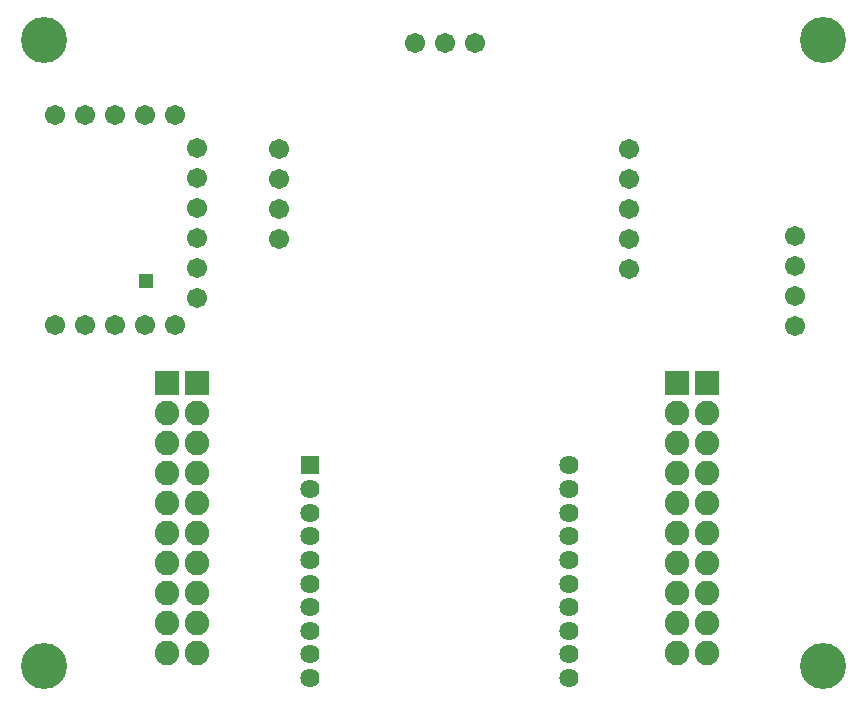
<source format=gts>
G75*
%MOIN*%
%OFA0B0*%
%FSLAX25Y25*%
%IPPOS*%
%LPD*%
%AMOC8*
5,1,8,0,0,1.08239X$1,22.5*
%
%ADD10C,0.15367*%
%ADD11R,0.08200X0.08200*%
%ADD12C,0.08200*%
%ADD13C,0.06737*%
%ADD14C,0.06400*%
%ADD15R,0.06400X0.06400*%
%ADD16R,0.05156X0.05156*%
D10*
X0090702Y0017548D03*
X0090702Y0226209D03*
X0350544Y0226209D03*
X0350544Y0017548D03*
D11*
X0311804Y0111800D03*
X0301804Y0111800D03*
X0141804Y0111800D03*
X0131804Y0111800D03*
D12*
X0131804Y0101800D03*
X0131804Y0091800D03*
X0131804Y0081800D03*
X0131804Y0071800D03*
X0131804Y0061800D03*
X0131804Y0051800D03*
X0131804Y0041800D03*
X0131804Y0031800D03*
X0131804Y0021800D03*
X0141804Y0021800D03*
X0141804Y0031800D03*
X0141804Y0041800D03*
X0141804Y0051800D03*
X0141804Y0061800D03*
X0141804Y0071800D03*
X0141804Y0081800D03*
X0141804Y0091800D03*
X0141804Y0101800D03*
X0301804Y0101800D03*
X0311804Y0101800D03*
X0311804Y0091800D03*
X0301804Y0091800D03*
X0301804Y0081800D03*
X0311804Y0081800D03*
X0311804Y0071800D03*
X0301804Y0071800D03*
X0301804Y0061800D03*
X0311804Y0061800D03*
X0311804Y0051800D03*
X0301804Y0051800D03*
X0301804Y0041800D03*
X0311804Y0041800D03*
X0311804Y0031800D03*
X0301804Y0031800D03*
X0301804Y0021800D03*
X0311804Y0021800D03*
D13*
X0341233Y0130969D03*
X0341233Y0140969D03*
X0341233Y0150969D03*
X0341233Y0160969D03*
X0285793Y0159883D03*
X0285793Y0169883D03*
X0285793Y0179883D03*
X0285793Y0189883D03*
X0285793Y0149883D03*
X0234560Y0225146D03*
X0224560Y0225146D03*
X0214560Y0225146D03*
X0169100Y0189883D03*
X0169100Y0179883D03*
X0169100Y0169883D03*
X0169100Y0159883D03*
X0141706Y0160402D03*
X0141706Y0150402D03*
X0141706Y0140402D03*
X0134383Y0131190D03*
X0124383Y0131190D03*
X0114383Y0131190D03*
X0104383Y0131190D03*
X0094383Y0131190D03*
X0141706Y0170402D03*
X0141706Y0180402D03*
X0141706Y0190402D03*
X0134383Y0201190D03*
X0124383Y0201190D03*
X0114383Y0201190D03*
X0104383Y0201190D03*
X0094383Y0201190D03*
D14*
X0179347Y0076580D03*
X0179347Y0068706D03*
X0179347Y0060831D03*
X0179347Y0052957D03*
X0179347Y0045083D03*
X0179347Y0037209D03*
X0179347Y0029335D03*
X0179347Y0021461D03*
X0179347Y0013587D03*
X0265961Y0013587D03*
X0265961Y0021461D03*
X0265961Y0029335D03*
X0265961Y0037209D03*
X0265961Y0045083D03*
X0265961Y0052957D03*
X0265961Y0060831D03*
X0265961Y0068706D03*
X0265961Y0076580D03*
X0265961Y0084454D03*
D15*
X0179347Y0084454D03*
D16*
X0124954Y0145800D03*
M02*

</source>
